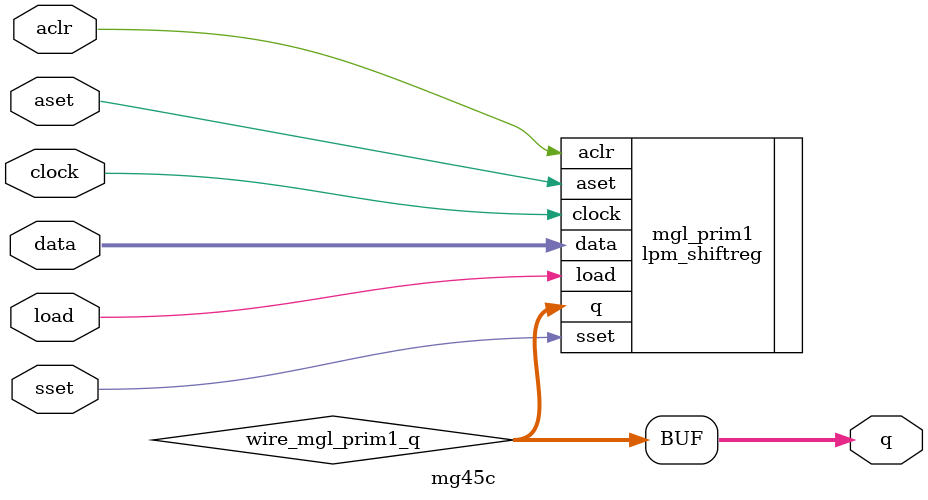
<source format=v>






//synthesis_resources = lpm_shiftreg 1 
//synopsys translate_off
`timescale 1 ps / 1 ps
//synopsys translate_on
module  mg45c
	( 
	aclr,
	aset,
	clock,
	data,
	load,
	q,
	sset) /* synthesis synthesis_clearbox=1 */;
	input   aclr;
	input   aset;
	input   clock;
	input   [15:0]  data;
	input   load;
	output   [15:0]  q;
	input   sset;

	wire  [15:0]   wire_mgl_prim1_q;

	lpm_shiftreg   mgl_prim1
	( 
	.aclr(aclr),
	.aset(aset),
	.clock(clock),
	.data(data),
	.load(load),
	.q(wire_mgl_prim1_q),
	.sset(sset));
	defparam
		mgl_prim1.lpm_direction = "LEFT",
		mgl_prim1.lpm_type = "LPM_SHIFTREG",
		mgl_prim1.lpm_width = 16;
	assign
		q = wire_mgl_prim1_q;
endmodule //mg45c
//VALID FILE

</source>
